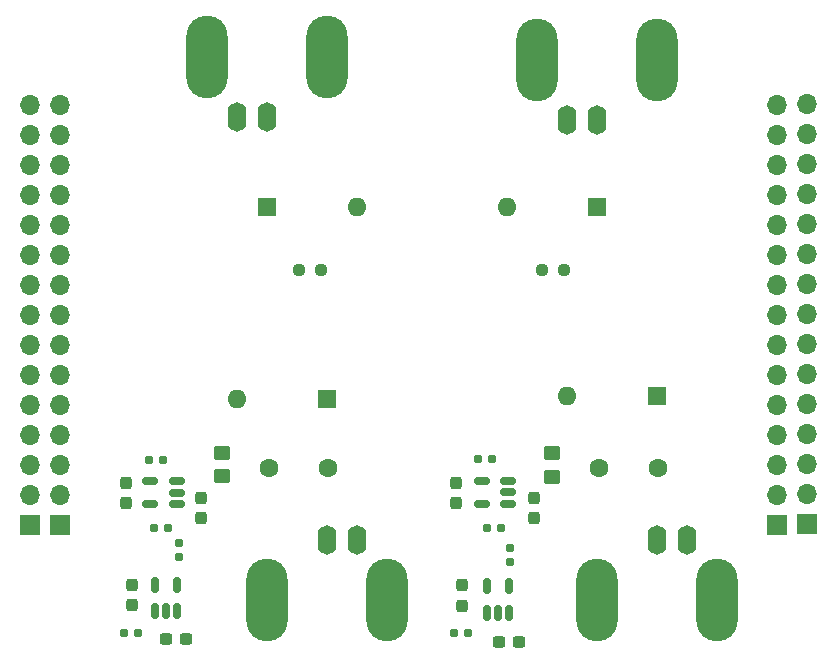
<source format=gts>
G04 #@! TF.GenerationSoftware,KiCad,Pcbnew,7.0.7*
G04 #@! TF.CreationDate,2023-10-29T13:55:44+00:00*
G04 #@! TF.ProjectId,AD3 Front End Amplifier,41443320-4672-46f6-9e74-20456e642041,rev?*
G04 #@! TF.SameCoordinates,Original*
G04 #@! TF.FileFunction,Soldermask,Top*
G04 #@! TF.FilePolarity,Negative*
%FSLAX46Y46*%
G04 Gerber Fmt 4.6, Leading zero omitted, Abs format (unit mm)*
G04 Created by KiCad (PCBNEW 7.0.7) date 2023-10-29 13:55:44*
%MOMM*%
%LPD*%
G01*
G04 APERTURE LIST*
G04 Aperture macros list*
%AMRoundRect*
0 Rectangle with rounded corners*
0 $1 Rounding radius*
0 $2 $3 $4 $5 $6 $7 $8 $9 X,Y pos of 4 corners*
0 Add a 4 corners polygon primitive as box body*
4,1,4,$2,$3,$4,$5,$6,$7,$8,$9,$2,$3,0*
0 Add four circle primitives for the rounded corners*
1,1,$1+$1,$2,$3*
1,1,$1+$1,$4,$5*
1,1,$1+$1,$6,$7*
1,1,$1+$1,$8,$9*
0 Add four rect primitives between the rounded corners*
20,1,$1+$1,$2,$3,$4,$5,0*
20,1,$1+$1,$4,$5,$6,$7,0*
20,1,$1+$1,$6,$7,$8,$9,0*
20,1,$1+$1,$8,$9,$2,$3,0*%
G04 Aperture macros list end*
%ADD10R,1.700000X1.700000*%
%ADD11O,1.700000X1.700000*%
%ADD12RoundRect,0.150000X0.150000X-0.512500X0.150000X0.512500X-0.150000X0.512500X-0.150000X-0.512500X0*%
%ADD13RoundRect,0.150000X0.512500X0.150000X-0.512500X0.150000X-0.512500X-0.150000X0.512500X-0.150000X0*%
%ADD14R,1.600000X1.600000*%
%ADD15O,1.600000X1.600000*%
%ADD16RoundRect,0.237500X-0.250000X-0.237500X0.250000X-0.237500X0.250000X0.237500X-0.250000X0.237500X0*%
%ADD17RoundRect,0.237500X0.250000X0.237500X-0.250000X0.237500X-0.250000X-0.237500X0.250000X-0.237500X0*%
%ADD18RoundRect,0.160000X0.197500X0.160000X-0.197500X0.160000X-0.197500X-0.160000X0.197500X-0.160000X0*%
%ADD19RoundRect,0.160000X0.160000X-0.197500X0.160000X0.197500X-0.160000X0.197500X-0.160000X-0.197500X0*%
%ADD20RoundRect,0.160000X-0.197500X-0.160000X0.197500X-0.160000X0.197500X0.160000X-0.197500X0.160000X0*%
%ADD21RoundRect,0.250000X-0.450000X0.350000X-0.450000X-0.350000X0.450000X-0.350000X0.450000X0.350000X0*%
%ADD22O,1.600000X2.500000*%
%ADD23O,3.500000X7.000000*%
%ADD24RoundRect,0.237500X-0.237500X0.300000X-0.237500X-0.300000X0.237500X-0.300000X0.237500X0.300000X0*%
%ADD25RoundRect,0.237500X-0.300000X-0.237500X0.300000X-0.237500X0.300000X0.237500X-0.300000X0.237500X0*%
%ADD26RoundRect,0.237500X0.237500X-0.300000X0.237500X0.300000X-0.237500X0.300000X-0.237500X-0.300000X0*%
%ADD27C,1.600000*%
G04 APERTURE END LIST*
D10*
X154938200Y-138425000D03*
D11*
X154938200Y-135885000D03*
X154938200Y-133345000D03*
X154938200Y-130805000D03*
X154938200Y-128265000D03*
X154938200Y-125725000D03*
X154938200Y-123185000D03*
X154938200Y-120645000D03*
X154938200Y-118105000D03*
X154938200Y-115565000D03*
X154938200Y-113025000D03*
X154938200Y-110485000D03*
X154938200Y-107945000D03*
X154938200Y-105405000D03*
X154938200Y-102865000D03*
D10*
X157480000Y-138399600D03*
D11*
X157480000Y-135859600D03*
X157480000Y-133319600D03*
X157480000Y-130779600D03*
X157480000Y-128239600D03*
X157480000Y-125699600D03*
X157480000Y-123159600D03*
X157480000Y-120619600D03*
X157480000Y-118079600D03*
X157480000Y-115539600D03*
X157480000Y-112999600D03*
X157480000Y-110459600D03*
X157480000Y-107919600D03*
X157480000Y-105379600D03*
X157480000Y-102839600D03*
D12*
X130368000Y-145917500D03*
X131318000Y-145917500D03*
X132268000Y-145917500D03*
X132268000Y-143642500D03*
X130368000Y-143642500D03*
X102240000Y-145785000D03*
X103190000Y-145785000D03*
X104140000Y-145785000D03*
X104140000Y-143510000D03*
X102240000Y-143510000D03*
D13*
X129926500Y-136652000D03*
X129926500Y-134752000D03*
X132201500Y-134752000D03*
X132201500Y-135702000D03*
X132201500Y-136652000D03*
X101865000Y-136675500D03*
X101865000Y-134775500D03*
X104140000Y-134775500D03*
X104140000Y-135725500D03*
X104140000Y-136675500D03*
D14*
X111760000Y-111506000D03*
D15*
X119380000Y-111506000D03*
D14*
X139700000Y-111506000D03*
D15*
X132080000Y-111506000D03*
X137160000Y-127508000D03*
D14*
X144780000Y-127508000D03*
D15*
X109220000Y-127762000D03*
D14*
X116840000Y-127762000D03*
D16*
X114507000Y-116840000D03*
X116332000Y-116840000D03*
D17*
X135081000Y-116840000D03*
X136906000Y-116840000D03*
D18*
X128778000Y-147574000D03*
X127583000Y-147574000D03*
X100838000Y-147574000D03*
X99643000Y-147574000D03*
D19*
X132334000Y-140372500D03*
X132334000Y-141567500D03*
D18*
X130377000Y-138684000D03*
X131572000Y-138684000D03*
D19*
X104304500Y-141149000D03*
X104304500Y-139954000D03*
D18*
X103378000Y-138684000D03*
X102183000Y-138684000D03*
D20*
X130810000Y-132842000D03*
X129615000Y-132842000D03*
X102927500Y-132931500D03*
X101732500Y-132931500D03*
D21*
X135890000Y-134366000D03*
X135890000Y-132366000D03*
X107950000Y-134334000D03*
X107950000Y-132334000D03*
D11*
X94234000Y-102870000D03*
X94234000Y-105410000D03*
X94234000Y-107950000D03*
X94234000Y-110490000D03*
X94234000Y-113030000D03*
X94234000Y-115570000D03*
X94234000Y-118110000D03*
X94234000Y-120650000D03*
X94234000Y-123190000D03*
X94234000Y-125730000D03*
X94234000Y-128270000D03*
X94234000Y-130810000D03*
X94234000Y-133350000D03*
X94234000Y-135890000D03*
D10*
X94234000Y-138430000D03*
D11*
X91694000Y-102870000D03*
X91694000Y-105410000D03*
X91694000Y-107950000D03*
X91694000Y-110490000D03*
X91694000Y-113030000D03*
X91694000Y-115570000D03*
X91694000Y-118110000D03*
X91694000Y-120650000D03*
X91694000Y-123190000D03*
X91694000Y-125730000D03*
X91694000Y-128270000D03*
X91694000Y-130810000D03*
X91694000Y-133350000D03*
X91694000Y-135890000D03*
D10*
X91694000Y-138430000D03*
D22*
X111760000Y-103886000D03*
D23*
X116840000Y-98806000D03*
X106680000Y-98806000D03*
D22*
X109220000Y-103886000D03*
X139700000Y-104140000D03*
D23*
X144780000Y-99060000D03*
X134620000Y-99060000D03*
D22*
X137160000Y-104140000D03*
X147320000Y-139700000D03*
D23*
X149860000Y-144780000D03*
X139700000Y-144780000D03*
D22*
X144780000Y-139700000D03*
X116840000Y-139700000D03*
D23*
X111760000Y-144780000D03*
X121920000Y-144780000D03*
D22*
X119380000Y-139700000D03*
D24*
X128270000Y-143563000D03*
X128270000Y-145288000D03*
X100330000Y-143510000D03*
X100330000Y-145235000D03*
D25*
X131371000Y-148336000D03*
X133096000Y-148336000D03*
X103174800Y-148082000D03*
X104899800Y-148082000D03*
D26*
X127762000Y-134874000D03*
X127762000Y-136599000D03*
X99822000Y-136599000D03*
X99822000Y-134874000D03*
D24*
X134366000Y-136144000D03*
X134366000Y-137869000D03*
X106172000Y-136144000D03*
X106172000Y-137869000D03*
D27*
X144860000Y-133604000D03*
X139860000Y-133604000D03*
X111920000Y-133604000D03*
X116920000Y-133604000D03*
M02*

</source>
